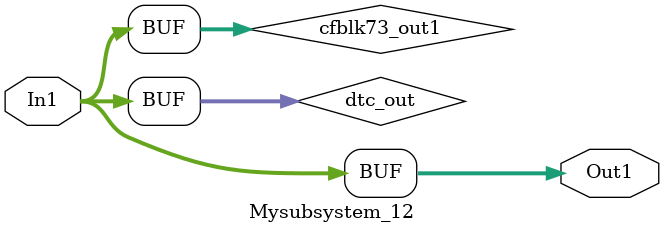
<source format=v>



`timescale 1 ns / 1 ns

module Mysubsystem_12
          (In1,
           Out1);


  input   [7:0] In1;  // uint8
  output  [7:0] Out1;  // uint8


  wire [7:0] dtc_out;  // ufix8
  wire [7:0] cfblk73_out1;  // uint8


  assign dtc_out = In1;



  assign cfblk73_out1 = dtc_out;



  assign Out1 = cfblk73_out1;

endmodule  // Mysubsystem_12


</source>
